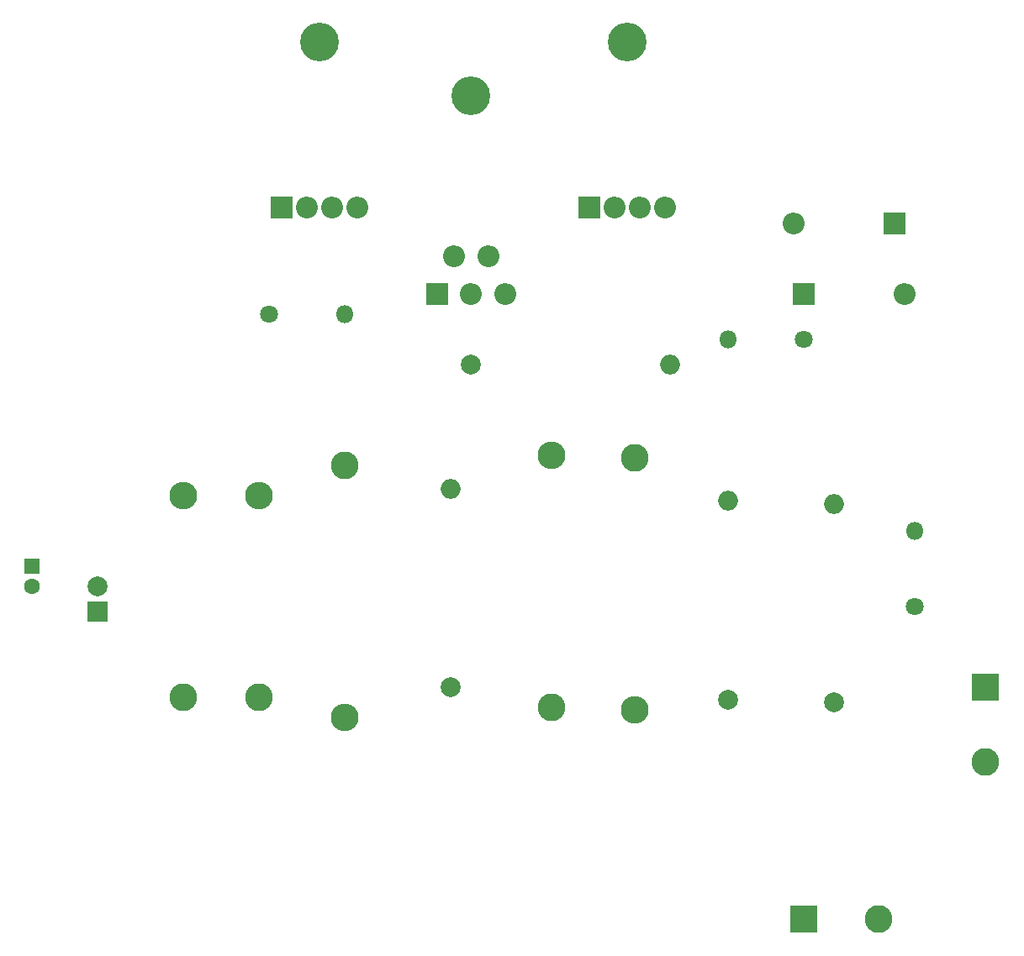
<source format=gbr>
G04 #@! TF.FileFunction,Soldermask,Bot*
%FSLAX46Y46*%
G04 Gerber Fmt 4.6, Leading zero omitted, Abs format (unit mm)*
G04 Created by KiCad (PCBNEW 4.0.5) date 05/30/17 01:02:00*
%MOMM*%
%LPD*%
G01*
G04 APERTURE LIST*
%ADD10C,0.100000*%
%ADD11R,2.800000X2.800000*%
%ADD12C,2.800000*%
%ADD13O,3.900000X3.900000*%
%ADD14R,2.200000X2.200000*%
%ADD15O,2.200000X2.200000*%
%ADD16C,2.000000*%
%ADD17O,2.000000X2.000000*%
%ADD18R,2.000000X2.000000*%
%ADD19O,2.800000X2.800000*%
%ADD20C,1.800000*%
%ADD21O,1.800000X1.800000*%
%ADD22R,1.600000X1.600000*%
%ADD23C,1.600000*%
G04 APERTURE END LIST*
D10*
D11*
X145288000Y-121412000D03*
D12*
X152788000Y-121412000D03*
D13*
X111760000Y-38430000D03*
D14*
X108360000Y-58410000D03*
D15*
X110060000Y-54610000D03*
X111760000Y-58410000D03*
X113460000Y-54610000D03*
X115160000Y-58410000D03*
D13*
X127508000Y-33020000D03*
D14*
X123698000Y-49680000D03*
D15*
X126238000Y-49680000D03*
X128778000Y-49680000D03*
X131318000Y-49680000D03*
D16*
X109728000Y-98044000D03*
D17*
X109728000Y-78044000D03*
D18*
X74168000Y-90384000D03*
D16*
X74168000Y-87884000D03*
X137668000Y-99248000D03*
D17*
X137668000Y-79248000D03*
D16*
X111760000Y-65532000D03*
D17*
X131760000Y-65532000D03*
D16*
X148336000Y-99568000D03*
D17*
X148336000Y-79568000D03*
D11*
X163576000Y-98044000D03*
D12*
X163576000Y-105544000D03*
D14*
X145288000Y-58420000D03*
D15*
X155448000Y-58420000D03*
D14*
X154432000Y-51308000D03*
D15*
X144272000Y-51308000D03*
D13*
X96520000Y-33020000D03*
D14*
X92710000Y-49680000D03*
D15*
X95250000Y-49680000D03*
X97790000Y-49680000D03*
X100330000Y-49680000D03*
D12*
X128270000Y-74930000D03*
D19*
X128270000Y-100330000D03*
D12*
X82804000Y-99060000D03*
D19*
X82804000Y-78740000D03*
D12*
X90424000Y-99060000D03*
D19*
X90424000Y-78740000D03*
D20*
X145288000Y-62992000D03*
D21*
X137668000Y-62992000D03*
D20*
X91440000Y-60452000D03*
D21*
X99060000Y-60452000D03*
D20*
X156464000Y-89916000D03*
D21*
X156464000Y-82296000D03*
D12*
X119888000Y-100076000D03*
D19*
X119888000Y-74676000D03*
D12*
X99060000Y-75692000D03*
D19*
X99060000Y-101092000D03*
D22*
X67564000Y-85852000D03*
D23*
X67564000Y-87852000D03*
M02*

</source>
